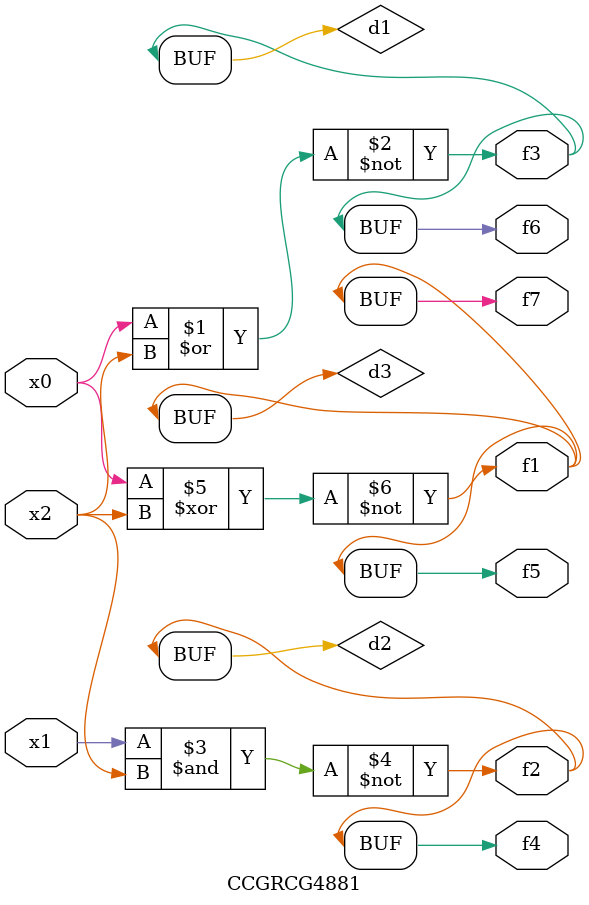
<source format=v>
module CCGRCG4881(
	input x0, x1, x2,
	output f1, f2, f3, f4, f5, f6, f7
);

	wire d1, d2, d3;

	nor (d1, x0, x2);
	nand (d2, x1, x2);
	xnor (d3, x0, x2);
	assign f1 = d3;
	assign f2 = d2;
	assign f3 = d1;
	assign f4 = d2;
	assign f5 = d3;
	assign f6 = d1;
	assign f7 = d3;
endmodule

</source>
